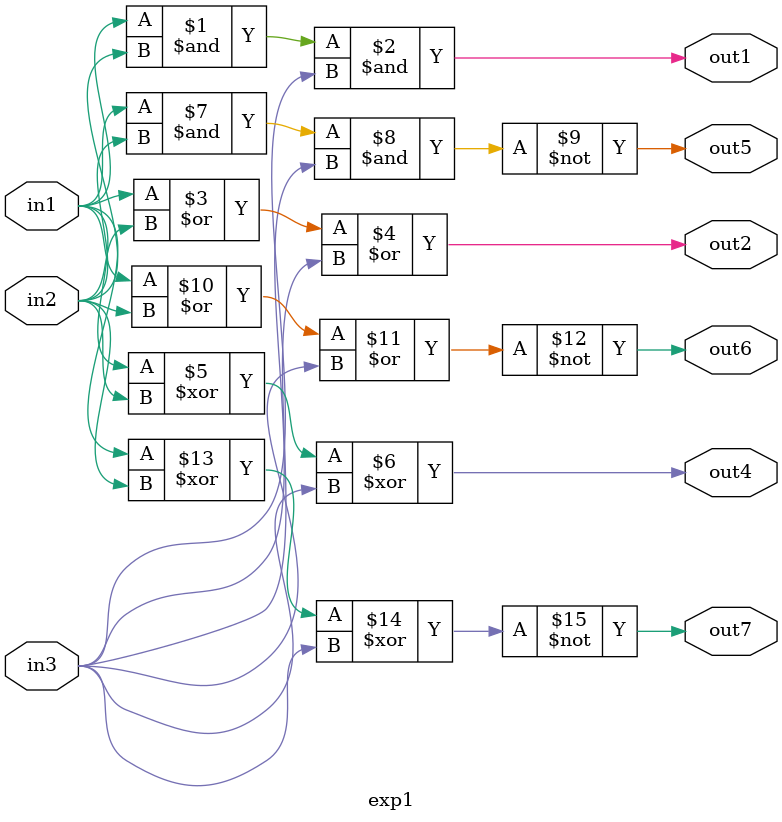
<source format=v>
`timescale 1ns / 1ps


module exp1(
    input in1,
    input in2,
    input in3,
    output out1,
    output out2,
    //output out3,
    output out4,
    output out5,
    output out6,
    output out7
    );
    and funcAnd(out1, in1, in2, in3);
    or funcOr(out2, in1, in2, in3);

    xor funcXor(out4, in1, in2, in3);
    nand funcNand(out5, in1, in2, in3);
    nor funcNor(out6, in1, in2, in3);
    xnor funcXnor(out7, in1, in2, in3);
    
endmodule

</source>
